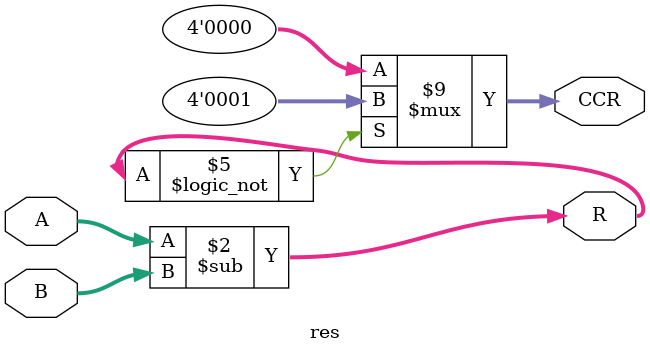
<source format=v>


//R=A-B

//CCR con 2 flags:

//N: negative flag. 
//   =1 si el MSB de R es 1 (es decir, si en interpretacion signada, R<0).
//   =0 si el MSB de R es 0 (es decir, si en interpretacion signada, R>=0).

//Z: zero flag
//   =1 si R==0.
//   =1 si R!=0.

//3 ticks: 1 tick calculo, 4 ticks CCR

module res(R, CCR, A, B);

parameter op_size = 4;
parameter c_mask='b1000, v_mask='b0100, n_mask='b0010, z_mask='b0001;   //mascaras para los flags del ccr


output reg [3:0] CCR;           //condition code register
output reg [op_size-1:0] R;     //resultado
input[op_size-1:0] A, B;           //input

always @(A) 
    begin
    CCR=0;
    //seteo resultado
    R = A-B;
    #1



    //seteo negative
    if( R[op_size - 1] )
        begin
        CCR <= (CCR | n_mask);
        //$display("N=1");
    end else begin 
        CCR <= (CCR & (~n_mask));
        //$display("N=0");
        end
    #1


    //seteo zero
    if(!R)
        begin
        CCR <= (CCR | z_mask);
        //$display("Z=1");
    end else begin
        CCR <= (CCR & (~z_mask));
        //$display("Z=0");
        end

    end

endmodule

/*
module res_tst;
reg dummy;

wire [3:0] R, CCR;  //resultado y condition code register
reg [3:0] A, B;        //input del res


res tst_res(R, CCR, A, B);
initial begin
dummy = $value$plusargs("A=%d", A);
#5 //ca2 tarda 1 tick en hacer la suma y 4 ticks en acomodar el ccr
$display("A=%b", A);
$display("B=%d", A);
$display("A-B=%b",R);
$display("CVNZ");
$display("%b", CCR);

$finish;
end

endmodule
*/
</source>
